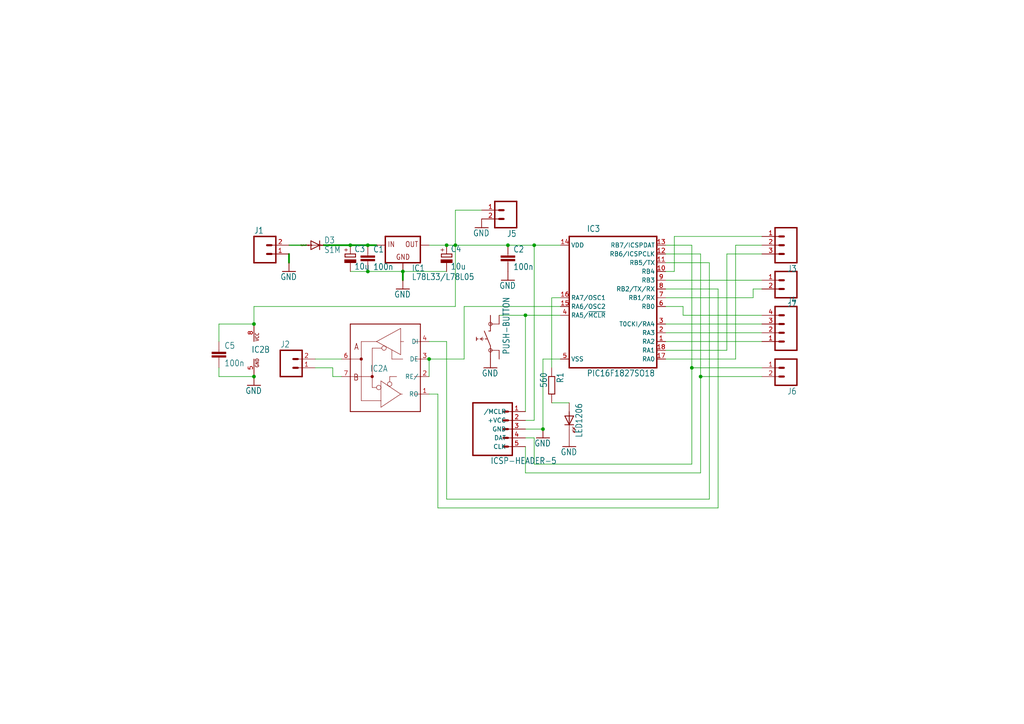
<source format=kicad_sch>
(kicad_sch (version 20230121) (generator eeschema)
  (paper "A4")
  (lib_symbols
    (symbol "microbean-eagle-import:78LXXSOT89"
      (property "Reference" "IC" (at 2.54 -7.62 0))
      (symbol "78LXXSOT89_1_0"
        (polyline (pts (xy -5.08 -5.08) (xy 5.08 -5.08)) (stroke (width 0.4064)))
        (polyline (pts (xy -5.08 2.54) (xy -5.08 -5.08)) (stroke (width 0.4064)))
        (polyline (pts (xy 5.08 -5.08) (xy 5.08 2.54)) (stroke (width 0.4064)))
        (polyline (pts (xy 5.08 2.54) (xy -5.08 2.54)) (stroke (width 0.4064)))
        (text "GND" (at -2.032 -4.318 0) (effects (font (size 1.524 1.2954)) (justify left bottom)))
        (text "IN" (at -4.445 -0.635 0) (effects (font (size 1.524 1.2954)) (justify left bottom)))
        (text "OUT" (at 0.635 -0.635 0) (effects (font (size 1.524 1.2954)) (justify left bottom)))
        (pin passive line (at 7.62 0 180) (length 2.54) (name "OUT") (number "1"))
        (pin input line (at 0 -7.62 90) (length 2.54) (name "GND") (number "2"))
        (pin input line (at 0 -7.62 90) (length 2.54) (name "GND") (number "2@1"))
        (pin input line (at -7.62 0 0) (length 2.54) (name "IN") (number "3"))
      )
    )
    (symbol "microbean-eagle-import:C-EUC0805"
      (property "Reference" "C" (at 1.524 0.381 0))
      (symbol "C-EUC0805_1_0"
        (rectangle (start -2.032 -2.032) (end 2.032 -1.524) (fill (type outline)))
        (rectangle (start -2.032 -1.016) (end 2.032 -0.508) (fill (type outline)))
        (polyline (pts (xy 0 -2.54) (xy 0 -2.032)) (stroke (width 0.1524)))
        (polyline (pts (xy 0 0) (xy 0 -0.508)) (stroke (width 0.1524)))
        (pin passive line (at 0 2.54 270) (length 2.54) (name "1") (number "1"))
        (pin passive line (at 0 -5.08 90) (length 2.54) (name "2") (number "2"))
      )
    )
    (symbol "microbean-eagle-import:CPOL-EUSMD4X5.3"
      (property "Reference" "C" (at 1.143 0.4826 0))
      (symbol "CPOL-EUSMD4X5.3_1_0"
        (rectangle (start -1.651 -2.54) (end 1.651 -1.651) (fill (type outline)))
        (polyline (pts (xy -1.524 -0.889) (xy 1.524 -0.889)) (stroke (width 0.254)))
        (polyline (pts (xy -1.524 0) (xy -1.524 -0.889)) (stroke (width 0.254)))
        (polyline (pts (xy -1.524 0) (xy 1.524 0)) (stroke (width 0.254)))
        (polyline (pts (xy 1.524 -0.889) (xy 1.524 0)) (stroke (width 0.254)))
        (text "+" (at -0.5842 0.4064 900) (effects (font (size 1.27 1.0795)) (justify left bottom)))
        (pin passive line (at 0 2.54 270) (length 2.54) (name "+") (number "+"))
        (pin passive line (at 0 -5.08 90) (length 2.54) (name "-") (number "-"))
      )
    )
    (symbol "microbean-eagle-import:GND" (power)
      (property "Value" "GND" (at -2.54 -2.54 0))
      (symbol "GND_1_0"
        (polyline (pts (xy -1.905 0) (xy 1.905 0)) (stroke (width 0.254)))
        (pin power_in line (at 0 2.54 270) (length 2.54) (name "GND") (number "1"))
      )
    )
    (symbol "microbean-eagle-import:ICSP-HEADER-5"
      (symbol "ICSP-HEADER-5_1_0"
        (polyline (pts (xy -7.62 7.62) (xy -7.62 -7.62)) (stroke (width 0.4064)))
        (polyline (pts (xy -7.62 7.62) (xy 3.81 7.62)) (stroke (width 0.4064)))
        (polyline (pts (xy 1.27 -5.08) (xy 2.54 -5.08)) (stroke (width 0.6096)))
        (polyline (pts (xy 1.27 -2.54) (xy 2.54 -2.54)) (stroke (width 0.6096)))
        (polyline (pts (xy 1.27 0) (xy 2.54 0)) (stroke (width 0.6096)))
        (polyline (pts (xy 1.27 2.54) (xy 2.54 2.54)) (stroke (width 0.6096)))
        (polyline (pts (xy 1.27 5.08) (xy 2.54 5.08)) (stroke (width 0.6096)))
        (polyline (pts (xy 3.81 -7.62) (xy -7.62 -7.62)) (stroke (width 0.4064)))
        (polyline (pts (xy 3.81 -7.62) (xy 3.81 7.62)) (stroke (width 0.4064)))
        (pin passive line (at 7.62 5.08 180) (length 5.08) (name "/MCLR") (number "1"))
        (pin passive line (at 7.62 2.54 180) (length 5.08) (name "+VCC") (number "2"))
        (pin passive line (at 7.62 0 180) (length 5.08) (name "GND") (number "3"))
        (pin passive line (at 7.62 -2.54 180) (length 5.08) (name "DAT") (number "4"))
        (pin passive line (at 7.62 -5.08 180) (length 5.08) (name "CLK") (number "5"))
      )
    )
    (symbol "microbean-eagle-import:LED1206"
      (symbol "LED1206_1_0"
        (polyline (pts (xy 0 -1.27) (xy -1.27 -1.27)) (stroke (width 0.254)))
        (polyline (pts (xy 0 -1.27) (xy -1.27 1.27)) (stroke (width 0.254)))
        (polyline (pts (xy 0 -1.27) (xy 0 -2.54)) (stroke (width 0.1524)))
        (polyline (pts (xy 0 0) (xy 0 -1.27)) (stroke (width 0.254)))
        (polyline (pts (xy 0 1.27) (xy -1.27 1.27)) (stroke (width 0.254)))
        (polyline (pts (xy 0 1.27) (xy 0 0)) (stroke (width 0.254)))
        (polyline (pts (xy 0 2.54) (xy 0 1.27)) (stroke (width 0.254)))
        (polyline (pts (xy 0.889 -2.794) (xy 1.651 -3.556)) (stroke (width 0.1524)))
        (polyline (pts (xy 0.889 -1.905) (xy 1.651 -2.667)) (stroke (width 0.1524)))
        (polyline (pts (xy 1.27 -1.27) (xy 0 -1.27)) (stroke (width 0.254)))
        (polyline (pts (xy 1.27 1.27) (xy 0 -1.27)) (stroke (width 0.254)))
        (polyline (pts (xy 1.27 1.27) (xy 0 1.27)) (stroke (width 0.254)))
        (polyline (pts (xy 1.651 -3.556) (xy 1.016 -3.302)) (stroke (width 0.1524)))
        (polyline (pts (xy 1.651 -3.556) (xy 1.397 -2.921)) (stroke (width 0.1524)))
        (polyline (pts (xy 1.651 -2.667) (xy 1.016 -2.413)) (stroke (width 0.1524)))
        (polyline (pts (xy 1.651 -2.667) (xy 1.397 -2.032)) (stroke (width 0.1524)))
        (pin passive line (at 0 5.08 270) (length 2.54) (name "A") (number "A"))
        (pin passive line (at 0 -5.08 90) (length 2.54) (name "K") (number "C"))
      )
    )
    (symbol "microbean-eagle-import:M02"
      (property "Reference" "J" (at -2.54 5.842 0))
      (symbol "M02_1_0"
        (polyline (pts (xy -2.54 5.08) (xy -2.54 -2.54)) (stroke (width 0.4064)))
        (polyline (pts (xy -2.54 5.08) (xy 3.81 5.08)) (stroke (width 0.4064)))
        (polyline (pts (xy 1.27 0) (xy 2.54 0)) (stroke (width 0.6096)))
        (polyline (pts (xy 1.27 2.54) (xy 2.54 2.54)) (stroke (width 0.6096)))
        (polyline (pts (xy 3.81 -2.54) (xy -2.54 -2.54)) (stroke (width 0.4064)))
        (polyline (pts (xy 3.81 -2.54) (xy 3.81 5.08)) (stroke (width 0.4064)))
        (pin passive line (at 7.62 0 180) (length 5.08) (name "1") (number "1"))
        (pin passive line (at 7.62 2.54 180) (length 5.08) (name "2") (number "2"))
      )
    )
    (symbol "microbean-eagle-import:M02-SCREW-3.5MM3.5MM"
      (property "Reference" "J" (at -2.54 5.842 0))
      (symbol "M02-SCREW-3.5MM3.5MM_1_0"
        (polyline (pts (xy -2.54 5.08) (xy -2.54 -2.54)) (stroke (width 0.4064)))
        (polyline (pts (xy -2.54 5.08) (xy 3.81 5.08)) (stroke (width 0.4064)))
        (polyline (pts (xy 1.27 0) (xy 2.54 0)) (stroke (width 0.6096)))
        (polyline (pts (xy 1.27 2.54) (xy 2.54 2.54)) (stroke (width 0.6096)))
        (polyline (pts (xy 3.81 -2.54) (xy -2.54 -2.54)) (stroke (width 0.4064)))
        (polyline (pts (xy 3.81 -2.54) (xy 3.81 5.08)) (stroke (width 0.4064)))
        (pin passive line (at 7.62 0 180) (length 5.08) (name "1") (number "1"))
        (pin passive line (at 7.62 2.54 180) (length 5.08) (name "2") (number "2"))
      )
    )
    (symbol "microbean-eagle-import:M03"
      (property "Reference" "J" (at -2.54 5.842 0))
      (symbol "M03_1_0"
        (polyline (pts (xy -2.54 5.08) (xy -2.54 -5.08)) (stroke (width 0.4064)))
        (polyline (pts (xy -2.54 5.08) (xy 3.81 5.08)) (stroke (width 0.4064)))
        (polyline (pts (xy 1.27 -2.54) (xy 2.54 -2.54)) (stroke (width 0.6096)))
        (polyline (pts (xy 1.27 0) (xy 2.54 0)) (stroke (width 0.6096)))
        (polyline (pts (xy 1.27 2.54) (xy 2.54 2.54)) (stroke (width 0.6096)))
        (polyline (pts (xy 3.81 -5.08) (xy -2.54 -5.08)) (stroke (width 0.4064)))
        (polyline (pts (xy 3.81 -5.08) (xy 3.81 5.08)) (stroke (width 0.4064)))
        (pin passive line (at 7.62 -2.54 180) (length 5.08) (name "1") (number "1"))
        (pin passive line (at 7.62 0 180) (length 5.08) (name "2") (number "2"))
        (pin passive line (at 7.62 2.54 180) (length 5.08) (name "3") (number "3"))
      )
    )
    (symbol "microbean-eagle-import:M04"
      (property "Reference" "J" (at -2.54 5.842 0))
      (symbol "M04_1_0"
        (polyline (pts (xy -2.54 5.08) (xy -2.54 -7.62)) (stroke (width 0.4064)))
        (polyline (pts (xy -2.54 5.08) (xy 3.81 5.08)) (stroke (width 0.4064)))
        (polyline (pts (xy 1.27 -5.08) (xy 2.54 -5.08)) (stroke (width 0.6096)))
        (polyline (pts (xy 1.27 -2.54) (xy 2.54 -2.54)) (stroke (width 0.6096)))
        (polyline (pts (xy 1.27 0) (xy 2.54 0)) (stroke (width 0.6096)))
        (polyline (pts (xy 1.27 2.54) (xy 2.54 2.54)) (stroke (width 0.6096)))
        (polyline (pts (xy 3.81 -7.62) (xy -2.54 -7.62)) (stroke (width 0.4064)))
        (polyline (pts (xy 3.81 -7.62) (xy 3.81 5.08)) (stroke (width 0.4064)))
        (pin passive line (at 7.62 -5.08 180) (length 5.08) (name "1") (number "1"))
        (pin passive line (at 7.62 -2.54 180) (length 5.08) (name "2") (number "2"))
        (pin passive line (at 7.62 0 180) (length 5.08) (name "3") (number "3"))
        (pin passive line (at 7.62 2.54 180) (length 5.08) (name "4") (number "4"))
      )
    )
    (symbol "microbean-eagle-import:MAX485ST3485"
      (property "Reference" "IC" (at -0.762 -0.762 0))
      (symbol "MAX485ST3485_1_0"
        (circle (center -1.27 4.699) (radius 0.635) (stroke (width 0.127)))
        (polyline (pts (xy -10.16 -12.7) (xy -10.16 -7.62)) (stroke (width 0.254)))
        (polyline (pts (xy -10.16 -7.62) (xy -10.16 -2.54)) (stroke (width 0.254)))
        (polyline (pts (xy -10.16 -7.62) (xy -8.509 -7.62)) (stroke (width 0.127)))
        (polyline (pts (xy -10.16 -2.54) (xy -10.16 2.54)) (stroke (width 0.254)))
        (polyline (pts (xy -10.16 -2.54) (xy -8.509 -2.54)) (stroke (width 0.127)))
        (polyline (pts (xy -10.16 2.54) (xy -10.16 7.62)) (stroke (width 0.254)))
        (polyline (pts (xy -10.16 2.54) (xy -8.382 2.54)) (stroke (width 0.127)))
        (polyline (pts (xy -10.16 7.62) (xy -10.16 12.7)) (stroke (width 0.254)))
        (polyline (pts (xy -10.16 7.62) (xy -8.382 7.62)) (stroke (width 0.127)))
        (polyline (pts (xy -10.16 12.7) (xy 10.16 12.7)) (stroke (width 0.254)))
        (polyline (pts (xy -5.334 -7.62) (xy -4.445 -7.62)) (stroke (width 0.127)))
        (polyline (pts (xy -5.08 -2.54) (xy -1.905 -2.54)) (stroke (width 0.127)))
        (polyline (pts (xy -4.953 7.62) (xy -4.445 7.62)) (stroke (width 0.127)))
        (polyline (pts (xy -4.445 -11.43) (xy -4.445 -7.62)) (stroke (width 0.127)))
        (polyline (pts (xy -4.445 -7.62) (xy -4.445 -3.81)) (stroke (width 0.127)))
        (polyline (pts (xy -4.445 -3.81) (xy 2.54 -7.62)) (stroke (width 0.127)))
        (polyline (pts (xy -4.445 7.62) (xy 1.27 11.43)) (stroke (width 0.127)))
        (polyline (pts (xy -3.302 2.54) (xy -1.27 2.54)) (stroke (width 0.127)))
        (polyline (pts (xy -1.905 -2.54) (xy -1.905 -5.207)) (stroke (width 0.127)))
        (polyline (pts (xy -1.27 2.54) (xy -1.27 4.064)) (stroke (width 0.127)))
        (polyline (pts (xy 1.016 -5.715) (xy 3.81 -5.715)) (stroke (width 0.127)))
        (polyline (pts (xy 1.27 3.81) (xy -4.445 7.62)) (stroke (width 0.127)))
        (polyline (pts (xy 1.27 9.525) (xy 1.27 3.81)) (stroke (width 0.127)))
        (polyline (pts (xy 1.27 9.525) (xy 6.985 9.525)) (stroke (width 0.127)))
        (polyline (pts (xy 1.27 11.43) (xy 1.27 9.525)) (stroke (width 0.127)))
        (polyline (pts (xy 2.54 -7.62) (xy -4.445 -11.43)) (stroke (width 0.127)))
        (polyline (pts (xy 2.54 -7.62) (xy 6.985 -7.62)) (stroke (width 0.127)))
        (polyline (pts (xy 3.81 -5.715) (xy 3.81 2.54)) (stroke (width 0.127)))
        (polyline (pts (xy 3.81 2.54) (xy 3.81 5.715)) (stroke (width 0.127)))
        (polyline (pts (xy 3.81 5.715) (xy 2.54 5.715)) (stroke (width 0.127)))
        (polyline (pts (xy 6.985 -7.62) (xy 6.985 -2.54)) (stroke (width 0.127)))
        (polyline (pts (xy 6.985 -2.54) (xy 6.985 9.525)) (stroke (width 0.127)))
        (polyline (pts (xy 10.16 -12.7) (xy -10.16 -12.7)) (stroke (width 0.254)))
        (polyline (pts (xy 10.16 -2.54) (xy 6.985 -2.54)) (stroke (width 0.127)))
        (polyline (pts (xy 10.16 -2.54) (xy 10.16 -12.7)) (stroke (width 0.254)))
        (polyline (pts (xy 10.16 2.54) (xy 3.81 2.54)) (stroke (width 0.127)))
        (polyline (pts (xy 10.16 2.54) (xy 10.16 -2.54)) (stroke (width 0.254)))
        (polyline (pts (xy 10.16 12.7) (xy 10.16 2.54)) (stroke (width 0.254)))
        (circle (center 0.381 -5.715) (radius 0.635) (stroke (width 0.127)))
        (circle (center 1.905 5.715) (radius 0.635) (stroke (width 0.127)))
        (circle (center 3.81 2.54) (radius 0.254) (stroke (width 0.4064)))
        (circle (center 6.985 -2.54) (radius 0.254) (stroke (width 0.4064)))
        (text "A" (at 7.62 -5.08 0) (effects (font (size 1.778 1.5113)) (justify left bottom)))
        (text "B" (at 7.62 3.81 0) (effects (font (size 1.778 1.5113)) (justify left bottom)))
        (pin output line (at -12.7 7.62 0) (length 2.54) (name "RO") (number "1"))
        (pin input line (at -12.7 2.54 0) (length 2.54) (name "RE/") (number "2"))
        (pin input line (at -12.7 -2.54 0) (length 2.54) (name "DE") (number "3"))
        (pin input line (at -12.7 -7.62 0) (length 2.54) (name "DI") (number "4"))
        (pin passive line (at 12.7 -2.54 180) (length 2.54) (name "A") (number "6"))
        (pin passive line (at 12.7 2.54 180) (length 2.54) (name "B") (number "7"))
      )
      (symbol "MAX485ST3485_2_0"
        (text "GND" (at 1.524 -5.08 900) (effects (font (size 1.016 0.8636)) (justify left bottom)))
        (text "VCC" (at 1.524 2.54 900) (effects (font (size 1.016 0.8636)) (justify left bottom)))
        (pin power_in line (at 0 -7.62 90) (length 5.08) (name "GND") (number "5"))
        (pin power_in line (at 0 7.62 270) (length 5.08) (name "VCC") (number "8"))
      )
    )
    (symbol "microbean-eagle-import:PIC16F1827SO18"
      (property "Reference" "IC" (at -10.16 19.05 0))
      (symbol "PIC16F1827SO18_1_0"
        (polyline (pts (xy -15.24 -20.32) (xy -15.24 17.78)) (stroke (width 0.4064)))
        (polyline (pts (xy -15.24 17.78) (xy 10.16 17.78)) (stroke (width 0.4064)))
        (polyline (pts (xy 10.16 -20.32) (xy -15.24 -20.32)) (stroke (width 0.4064)))
        (polyline (pts (xy 10.16 17.78) (xy 10.16 -20.32)) (stroke (width 0.4064)))
        (pin bidirectional line (at 12.7 -12.7 180) (length 2.54) (name "RA2") (number "1"))
        (pin bidirectional line (at 12.7 7.62 180) (length 2.54) (name "RB4") (number "10"))
        (pin bidirectional line (at 12.7 10.16 180) (length 2.54) (name "RB5/TX") (number "11"))
        (pin bidirectional line (at 12.7 12.7 180) (length 2.54) (name "RB6/ICSPCLK") (number "12"))
        (pin bidirectional line (at 12.7 15.24 180) (length 2.54) (name "RB7/ICSPDAT") (number "13"))
        (pin power_in line (at -17.78 15.24 0) (length 2.54) (name "VDD") (number "14"))
        (pin output line (at -17.78 -2.54 0) (length 2.54) (name "RA6/OSC2") (number "15"))
        (pin input line (at -17.78 0 0) (length 2.54) (name "RA7/OSC1") (number "16"))
        (pin bidirectional line (at 12.7 -17.78 180) (length 2.54) (name "RA0") (number "17"))
        (pin bidirectional line (at 12.7 -15.24 180) (length 2.54) (name "RA1") (number "18"))
        (pin bidirectional line (at 12.7 -10.16 180) (length 2.54) (name "RA3") (number "2"))
        (pin bidirectional line (at 12.7 -7.62 180) (length 2.54) (name "T0CKI/RA4") (number "3"))
        (pin input line (at -17.78 -5.08 0) (length 2.54) (name "RA5/~{MCLR}") (number "4"))
        (pin power_in line (at -17.78 -17.78 0) (length 2.54) (name "VSS") (number "5"))
        (pin bidirectional line (at 12.7 -2.54 180) (length 2.54) (name "RB0") (number "6"))
        (pin bidirectional line (at 12.7 0 180) (length 2.54) (name "RB1/RX") (number "7"))
        (pin bidirectional line (at 12.7 2.54 180) (length 2.54) (name "RB2/TX/RX") (number "8"))
        (pin bidirectional line (at 12.7 5.08 180) (length 2.54) (name "RB3") (number "9"))
      )
    )
    (symbol "microbean-eagle-import:PUSH-BUTTON"
      (symbol "PUSH-BUTTON_1_0"
        (circle (center -2.54 0) (radius 0.508))
        (polyline (pts (xy -2.54 0) (xy -2.54 -2.54)) (stroke (width 0.1524)))
        (polyline (pts (xy -2.54 0) (xy -1.27 0)) (stroke (width 0.2032)))
        (polyline (pts (xy -1.27 0) (xy 3.048 1.778)) (stroke (width 0.2032)))
        (polyline (pts (xy 0.254 2.286) (xy 0.762 2.794)) (stroke (width 0.1524)))
        (polyline (pts (xy 0.762 1.016) (xy 0.762 1.524)) (stroke (width 0.2032)))
        (polyline (pts (xy 0.762 2.032) (xy 0.762 2.794)) (stroke (width 0.2032)))
        (polyline (pts (xy 0.762 2.794) (xy 0.762 3.048)) (stroke (width 0.2032)))
        (polyline (pts (xy 0.762 2.794) (xy 1.27 2.286)) (stroke (width 0.1524)))
        (polyline (pts (xy 0.762 3.556) (xy 0.762 4.064)) (stroke (width 0.2032)))
        (polyline (pts (xy 0.762 4.064) (xy 0.254 4.064)) (stroke (width 0.2032)))
        (polyline (pts (xy 1.27 4.064) (xy 0.762 4.064)) (stroke (width 0.2032)))
        (polyline (pts (xy 3.048 0) (xy 5.08 0)) (stroke (width 0.2032)))
        (polyline (pts (xy 3.048 0.508) (xy 3.048 0)) (stroke (width 0.2032)))
        (polyline (pts (xy 5.08 0) (xy 5.08 -2.54)) (stroke (width 0.1524)))
        (circle (center 5.08 0) (radius 0.508))
        (pin passive line (at -5.08 0 0) (length 2.54) (name "0@A") (number "1"))
        (pin passive line (at -5.08 -2.54 0) (length 2.54) (name "0@B") (number "2"))
        (pin passive line (at 7.62 0 180) (length 2.54) (name "1@A") (number "3"))
        (pin passive line (at 7.62 -2.54 180) (length 2.54) (name "1@B") (number "4"))
      )
    )
    (symbol "microbean-eagle-import:R-EU_R0805"
      (property "Reference" "R" (at -3.81 1.4986 0))
      (symbol "R-EU_R0805_1_0"
        (polyline (pts (xy -2.54 -0.889) (xy -2.54 0.889)) (stroke (width 0.254)))
        (polyline (pts (xy -2.54 -0.889) (xy 2.54 -0.889)) (stroke (width 0.254)))
        (polyline (pts (xy 2.54 -0.889) (xy 2.54 0.889)) (stroke (width 0.254)))
        (polyline (pts (xy 2.54 0.889) (xy -2.54 0.889)) (stroke (width 0.254)))
        (pin passive line (at -5.08 0 0) (length 2.54) (name "1") (number "1"))
        (pin passive line (at 5.08 0 180) (length 2.54) (name "2") (number "2"))
      )
    )
    (symbol "microbean-eagle-import:S1M"
      (property "Reference" "D" (at 2.54 0.4826 0))
      (symbol "S1M_1_0"
        (polyline (pts (xy -1.27 -1.27) (xy 1.27 0)) (stroke (width 0.254)))
        (polyline (pts (xy -1.27 1.27) (xy -1.27 -1.27)) (stroke (width 0.254)))
        (polyline (pts (xy 1.27 0) (xy -1.27 1.27)) (stroke (width 0.254)))
        (polyline (pts (xy 1.27 0) (xy 1.27 -1.27)) (stroke (width 0.254)))
        (polyline (pts (xy 1.27 1.27) (xy 1.27 0)) (stroke (width 0.254)))
        (text "SpiceOrder 1" (at -2.54 0 0) (effects (font (size 0.4064 0.3454))))
        (text "SpiceOrder 2" (at 2.54 0 0) (effects (font (size 0.4064 0.3454))))
        (pin passive line (at -2.54 0 0) (length 2.54) (name "A") (number "A"))
        (pin passive line (at 2.54 0 180) (length 2.54) (name "C") (number "C"))
      )
    )
  )
  (junction (at 129.54 71.12))
  (junction (at 147.32 71.12))
  (junction (at 101.6 71.12))
  (junction (at 157.48 124.46))
  (junction (at 152.4 91.44))
  (junction (at 116.84 78.74))
  (junction (at 203.2 109.22))
  (junction (at 106.68 78.74))
  (junction (at 200.66 106.68))
  (junction (at 73.66 109.22))
  (junction (at 154.94 71.12))
  (junction (at 106.68 71.12))
  (junction (at 73.66 93.98))
  (junction (at 124.46 104.14))
  (junction (at 132.08 71.12))
  (wire (pts (xy 63.5 99.06) (xy 63.5 93.98)) (stroke (width 0.1524)))
  (wire (pts (xy 205.74 144.78) (xy 129.54 144.78)) (stroke (width 0.1524)))
  (wire (pts (xy 193.04 99.06) (xy 220.98 99.06)) (stroke (width 0.1524)))
  (wire (pts (xy 193.04 96.52) (xy 220.98 96.52)) (stroke (width 0.1524)))
  (wire (pts (xy 203.2 137.16) (xy 203.2 109.22)) (stroke (width 0.1524)))
  (wire (pts (xy 195.58 78.74) (xy 195.58 68.58)) (stroke (width 0.1524)))
  (wire (pts (xy 162.56 104.14) (xy 157.48 104.14)) (stroke (width 0.1524)))
  (wire (pts (xy 213.36 104.14) (xy 213.36 71.12)) (stroke (width 0.1524)))
  (wire (pts (xy 93.98 71.12) (xy 101.6 71.12)) (stroke (width 0.508)))
  (wire (pts (xy 144.78 91.44) (xy 152.4 91.44)) (stroke (width 0.1524)))
  (wire (pts (xy 101.6 71.12) (xy 106.68 71.12)) (stroke (width 0.508)))
  (wire (pts (xy 205.74 76.2) (xy 205.74 144.78)) (stroke (width 0.1524)))
  (wire (pts (xy 73.66 88.9) (xy 132.08 88.9)) (stroke (width 0.1524)))
  (wire (pts (xy 152.4 124.46) (xy 157.48 124.46)) (stroke (width 0.1524)))
  (wire (pts (xy 200.66 134.62) (xy 154.94 134.62)) (stroke (width 0.1524)))
  (wire (pts (xy 124.46 71.12) (xy 129.54 71.12)) (stroke (width 0.1524)))
  (wire (pts (xy 193.04 101.6) (xy 210.82 101.6)) (stroke (width 0.1524)))
  (wire (pts (xy 63.5 109.22) (xy 73.66 109.22)) (stroke (width 0.1524)))
  (wire (pts (xy 195.58 68.58) (xy 220.98 68.58)) (stroke (width 0.1524)))
  (wire (pts (xy 91.44 104.14) (xy 99.06 104.14)) (stroke (width 0.1524)))
  (wire (pts (xy 208.28 147.32) (xy 127 147.32)) (stroke (width 0.1524)))
  (wire (pts (xy 116.84 81.28) (xy 116.84 78.74)) (stroke (width 0.508)))
  (wire (pts (xy 88.9 71.12) (xy 83.82 71.12)) (stroke (width 0.3048)))
  (wire (pts (xy 157.48 104.14) (xy 157.48 124.46)) (stroke (width 0.1524)))
  (wire (pts (xy 208.28 83.82) (xy 208.28 147.32)) (stroke (width 0.1524)))
  (wire (pts (xy 213.36 71.12) (xy 220.98 71.12)) (stroke (width 0.1524)))
  (wire (pts (xy 129.54 144.78) (xy 129.54 99.06)) (stroke (width 0.1524)))
  (wire (pts (xy 127 147.32) (xy 127 114.3)) (stroke (width 0.1524)))
  (wire (pts (xy 200.66 106.68) (xy 200.66 134.62)) (stroke (width 0.1524)))
  (wire (pts (xy 200.66 71.12) (xy 200.66 106.68)) (stroke (width 0.1524)))
  (wire (pts (xy 132.08 60.96) (xy 132.08 71.12)) (stroke (width 0.1524)))
  (wire (pts (xy 220.98 91.44) (xy 198.12 91.44)) (stroke (width 0.1524)))
  (wire (pts (xy 193.04 76.2) (xy 205.74 76.2)) (stroke (width 0.1524)))
  (wire (pts (xy 193.04 86.36) (xy 218.44 86.36)) (stroke (width 0.1524)))
  (wire (pts (xy 127 114.3) (xy 124.46 114.3)) (stroke (width 0.1524)))
  (wire (pts (xy 160.02 116.84) (xy 165.1 116.84)) (stroke (width 0.1524)))
  (wire (pts (xy 129.54 71.12) (xy 132.08 71.12)) (stroke (width 0.1524)))
  (wire (pts (xy 96.52 109.22) (xy 99.06 109.22)) (stroke (width 0.1524)))
  (wire (pts (xy 134.62 104.14) (xy 124.46 104.14)) (stroke (width 0.1524)))
  (wire (pts (xy 101.6 78.74) (xy 106.68 78.74)) (stroke (width 0.1524)))
  (wire (pts (xy 220.98 106.68) (xy 200.66 106.68)) (stroke (width 0.1524)))
  (wire (pts (xy 193.04 78.74) (xy 195.58 78.74)) (stroke (width 0.1524)))
  (wire (pts (xy 193.04 83.82) (xy 208.28 83.82)) (stroke (width 0.1524)))
  (wire (pts (xy 154.94 134.62) (xy 154.94 127)) (stroke (width 0.1524)))
  (wire (pts (xy 152.4 129.54) (xy 152.4 137.16)) (stroke (width 0.1524)))
  (wire (pts (xy 193.04 71.12) (xy 200.66 71.12)) (stroke (width 0.1524)))
  (wire (pts (xy 152.4 119.38) (xy 152.4 91.44)) (stroke (width 0.1524)))
  (wire (pts (xy 83.82 76.2) (xy 83.82 73.66)) (stroke (width 0.508)))
  (wire (pts (xy 152.4 137.16) (xy 203.2 137.16)) (stroke (width 0.1524)))
  (wire (pts (xy 132.08 88.9) (xy 132.08 71.12)) (stroke (width 0.1524)))
  (wire (pts (xy 160.02 86.36) (xy 162.56 86.36)) (stroke (width 0.1524)))
  (wire (pts (xy 160.02 106.68) (xy 160.02 86.36)) (stroke (width 0.1524)))
  (wire (pts (xy 106.68 71.12) (xy 109.22 71.12)) (stroke (width 0.508)))
  (wire (pts (xy 154.94 71.12) (xy 147.32 71.12)) (stroke (width 0.1524)))
  (wire (pts (xy 162.56 88.9) (xy 134.62 88.9)) (stroke (width 0.1524)))
  (wire (pts (xy 152.4 121.92) (xy 154.94 121.92)) (stroke (width 0.1524)))
  (wire (pts (xy 203.2 73.66) (xy 193.04 73.66)) (stroke (width 0.1524)))
  (wire (pts (xy 63.5 106.68) (xy 63.5 109.22)) (stroke (width 0.1524)))
  (wire (pts (xy 203.2 109.22) (xy 203.2 73.66)) (stroke (width 0.1524)))
  (wire (pts (xy 96.52 106.68) (xy 96.52 109.22)) (stroke (width 0.1524)))
  (wire (pts (xy 198.12 88.9) (xy 193.04 88.9)) (stroke (width 0.1524)))
  (wire (pts (xy 198.12 91.44) (xy 198.12 88.9)) (stroke (width 0.1524)))
  (wire (pts (xy 129.54 99.06) (xy 124.46 99.06)) (stroke (width 0.1524)))
  (wire (pts (xy 91.44 106.68) (xy 96.52 106.68)) (stroke (width 0.1524)))
  (wire (pts (xy 218.44 86.36) (xy 218.44 83.82)) (stroke (width 0.1524)))
  (wire (pts (xy 220.98 109.22) (xy 203.2 109.22)) (stroke (width 0.1524)))
  (wire (pts (xy 210.82 101.6) (xy 210.82 73.66)) (stroke (width 0.1524)))
  (wire (pts (xy 193.04 93.98) (xy 220.98 93.98)) (stroke (width 0.1524)))
  (wire (pts (xy 162.56 71.12) (xy 154.94 71.12)) (stroke (width 0.1524)))
  (wire (pts (xy 193.04 104.14) (xy 213.36 104.14)) (stroke (width 0.1524)))
  (wire (pts (xy 73.66 93.98) (xy 73.66 88.9)) (stroke (width 0.1524)))
  (wire (pts (xy 218.44 83.82) (xy 220.98 83.82)) (stroke (width 0.1524)))
  (wire (pts (xy 116.84 78.74) (xy 129.54 78.74)) (stroke (width 0.1524)))
  (wire (pts (xy 139.7 60.96) (xy 132.08 60.96)) (stroke (width 0.1524)))
  (wire (pts (xy 193.04 81.28) (xy 220.98 81.28)) (stroke (width 0.1524)))
  (wire (pts (xy 134.62 88.9) (xy 134.62 104.14)) (stroke (width 0.1524)))
  (wire (pts (xy 106.68 78.74) (xy 116.84 78.74)) (stroke (width 0.1524)))
  (wire (pts (xy 132.08 71.12) (xy 147.32 71.12)) (stroke (width 0.1524)))
  (wire (pts (xy 152.4 91.44) (xy 162.56 91.44)) (stroke (width 0.1524)))
  (wire (pts (xy 210.82 73.66) (xy 220.98 73.66)) (stroke (width 0.1524)))
  (wire (pts (xy 124.46 109.22) (xy 124.46 104.14)) (stroke (width 0.1524)))
  (wire (pts (xy 63.5 93.98) (xy 73.66 93.98)) (stroke (width 0.1524)))
  (wire (pts (xy 154.94 121.92) (xy 154.94 71.12)) (stroke (width 0.1524)))
  (wire (pts (xy 154.94 127) (xy 152.4 127)) (stroke (width 0.1524)))
  (symbol (lib_id "microbean-eagle-import:GND") (at 142.24 106.68 0) (unit 1)
    (property "Reference" "#GND4" (effects hide))
    (property "Value" "GND" (at 139.7 109.22 0) (effects (font (size 1.778 1.5113)) (justify left bottom)))
  )
  (symbol (lib_id "microbean-eagle-import:GND") (at 139.7 66.04 0) (unit 1)
    (property "Reference" "#GND8" (effects hide))
    (property "Value" "GND" (at 137.16 68.58 0) (effects (font (size 1.778 1.5113)) (justify left bottom)))
  )
  (symbol (lib_id "microbean-eagle-import:GND") (at 83.82 78.74 0) (unit 1)
    (property "Reference" "#GND1" (effects hide))
    (property "Value" "GND" (at 81.28 81.28 0) (effects (font (size 1.778 1.5113)) (justify left bottom)))
  )
  (symbol (lib_id "microbean-eagle-import:CPOL-EUSMD4X5.3") (at 101.6 73.66 0) (unit 1)
    (property "Reference" "C3" (at 102.743 73.1774 0) (effects (font (size 1.778 1.5113)) (justify left bottom)))
    (property "Value" "10u" (at 102.743 78.2574 0) (effects (font (size 1.778 1.5113)) (justify left bottom)))
    (property "Footprint" "microbean:UD-4X5,8_NICHICON" (effects hide))
  )
  (symbol (lib_id "microbean-eagle-import:M02") (at 147.32 60.96 180) (unit 1)
    (property "Reference" "J5" (at 149.86 66.802 0) (effects (font (size 1.778 1.5113)) (justify left bottom)))
    (property "Value" "M02" (effects hide))
    (property "Footprint" "microbean:1X02" (effects hide))
  )
  (symbol (lib_id "microbean-eagle-import:M02-SCREW-3.5MM3.5MM") (at 76.2 73.66 0) (unit 1)
    (property "Reference" "J1" (at 73.66 67.818 0) (effects (font (size 1.778 1.5113)) (justify left bottom)))
    (property "Value" "M02-SCREW-3.5MM3.5MM" (effects hide))
    (property "Footprint" "microbean:SCREWTERMINAL-3.5MM-2" (effects hide))
  )
  (symbol (lib_id "microbean-eagle-import:M02") (at 228.6 106.68 180) (unit 1)
    (property "Reference" "J6" (at 231.14 112.522 0) (effects (font (size 1.778 1.5113)) (justify left bottom)))
    (property "Value" "M02" (effects hide))
    (property "Footprint" "microbean:1X02" (effects hide))
  )
  (symbol (lib_id "microbean-eagle-import:LED1206") (at 165.1 121.92 0) (unit 1)
    (property "Reference" "D2" (effects hide))
    (property "Value" "LED1206" (at 168.91 127 90) (effects (font (size 1.778 1.5113)) (justify left bottom)))
    (property "Footprint" "microbean:CHIPLED_1206" (effects hide))
  )
  (symbol (lib_id "microbean-eagle-import:GND") (at 165.1 129.54 0) (unit 1)
    (property "Reference" "#GND5" (effects hide))
    (property "Value" "GND" (at 162.56 132.08 0) (effects (font (size 1.778 1.5113)) (justify left bottom)))
  )
  (symbol (lib_id "microbean-eagle-import:M02-SCREW-3.5MM3.5MM") (at 83.82 106.68 0) (unit 1)
    (property "Reference" "J2" (at 81.28 100.838 0) (effects (font (size 1.778 1.5113)) (justify left bottom)))
    (property "Value" "M02-SCREW-3.5MM3.5MM" (effects hide))
    (property "Footprint" "microbean:SCREWTERMINAL-3.5MM-2" (effects hide))
  )
  (symbol (lib_id "microbean-eagle-import:MAX485ST3485") (at 73.66 101.6 0) (unit 2)
    (property "Reference" "IC2" (at 72.898 102.362 0) (effects (font (size 1.778 1.5113)) (justify left bottom)))
    (property "Value" "MAX485ST3485" (effects hide))
    (property "Footprint" "microbean:SO08" (effects hide))
  )
  (symbol (lib_id "microbean-eagle-import:ICSP-HEADER-5") (at 144.78 124.46 0) (unit 1)
    (property "Reference" "ICSP0" (effects hide))
    (property "Value" "ICSP-HEADER-5" (at 142.24 134.62 0) (effects (font (size 1.778 1.5113)) (justify left bottom)))
    (property "Footprint" "microbean:1X05" (effects hide))
  )
  (symbol (lib_id "microbean-eagle-import:C-EUC0805") (at 106.68 73.66 0) (unit 1)
    (property "Reference" "C1" (at 108.204 73.279 0) (effects (font (size 1.778 1.5113)) (justify left bottom)))
    (property "Value" "100n" (at 108.204 78.359 0) (effects (font (size 1.778 1.5113)) (justify left bottom)))
    (property "Footprint" "microbean:C0805" (effects hide))
  )
  (symbol (lib_id "microbean-eagle-import:M03") (at 228.6 71.12 180) (unit 1)
    (property "Reference" "J3" (at 231.14 76.962 0) (effects (font (size 1.778 1.5113)) (justify left bottom)))
    (property "Value" "M03" (effects hide))
    (property "Footprint" "microbean:1X03" (effects hide))
  )
  (symbol (lib_id "microbean-eagle-import:C-EUC0805") (at 63.5 101.6 0) (unit 1)
    (property "Reference" "C5" (at 65.024 101.219 0) (effects (font (size 1.778 1.5113)) (justify left bottom)))
    (property "Value" "100n" (at 65.024 106.299 0) (effects (font (size 1.778 1.5113)) (justify left bottom)))
    (property "Footprint" "microbean:C0805" (effects hide))
  )
  (symbol (lib_id "microbean-eagle-import:PUSH-BUTTON") (at 142.24 99.06 90) (unit 1)
    (property "Reference" "U$2" (effects hide))
    (property "Value" "PUSH-BUTTON" (at 147.828 102.87 0) (effects (font (size 1.778 1.5113)) (justify left bottom)))
    (property "Footprint" "microbean:MICRO-SWITCH" (effects hide))
  )
  (symbol (lib_id "microbean-eagle-import:GND") (at 73.66 111.76 0) (unit 1)
    (property "Reference" "#GND7" (effects hide))
    (property "Value" "GND" (at 71.12 114.3 0) (effects (font (size 1.778 1.5113)) (justify left bottom)))
  )
  (symbol (lib_id "microbean-eagle-import:R-EU_R0805") (at 160.02 111.76 270) (unit 1)
    (property "Reference" "R1" (at 161.5186 107.95 0) (effects (font (size 1.778 1.5113)) (justify left bottom)))
    (property "Value" "560" (at 156.718 107.95 0) (effects (font (size 1.778 1.5113)) (justify left bottom)))
    (property "Footprint" "microbean:R0805" (effects hide))
  )
  (symbol (lib_id "microbean-eagle-import:M04") (at 228.6 93.98 0) (mirror y) (unit 1)
    (property "Reference" "J4" (at 231.14 88.138 0) (effects (font (size 1.778 1.5113)) (justify left bottom)))
    (property "Value" "M04" (effects hide))
    (property "Footprint" "microbean:1X04" (effects hide))
  )
  (symbol (lib_id "microbean-eagle-import:C-EUC0805") (at 147.32 73.66 0) (unit 1)
    (property "Reference" "C2" (at 148.844 73.279 0) (effects (font (size 1.778 1.5113)) (justify left bottom)))
    (property "Value" "100n" (at 148.844 78.359 0) (effects (font (size 1.778 1.5113)) (justify left bottom)))
    (property "Footprint" "microbean:C0805" (effects hide))
  )
  (symbol (lib_id "microbean-eagle-import:GND") (at 116.84 83.82 0) (unit 1)
    (property "Reference" "#GND2" (effects hide))
    (property "Value" "GND" (at 114.3 86.36 0) (effects (font (size 1.778 1.5113)) (justify left bottom)))
  )
  (symbol (lib_id "microbean-eagle-import:GND") (at 147.32 81.28 0) (unit 1)
    (property "Reference" "#GND6" (effects hide))
    (property "Value" "GND" (at 144.78 83.82 0) (effects (font (size 1.778 1.5113)) (justify left bottom)))
  )
  (symbol (lib_id "microbean-eagle-import:S1M") (at 91.44 71.12 0) (unit 1)
    (property "Reference" "D3" (at 93.98 70.6374 0) (effects (font (size 1.778 1.5113)) (justify left bottom)))
    (property "Value" "S1M" (at 93.98 73.4314 0) (effects (font (size 1.778 1.5113)) (justify left bottom)))
    (property "Footprint" "microbean:SMA" (effects hide))
  )
  (symbol (lib_id "microbean-eagle-import:M02") (at 228.6 81.28 180) (unit 1)
    (property "Reference" "J7" (at 231.14 87.122 0) (effects (font (size 1.778 1.5113)) (justify left bottom)))
    (property "Value" "M02" (effects hide))
    (property "Footprint" "microbean:1X02" (effects hide))
  )
  (symbol (lib_id "microbean-eagle-import:78LXXSOT89") (at 116.84 71.12 0) (unit 1)
    (property "Reference" "IC1" (at 119.38 78.74 0) (effects (font (size 1.778 1.5113)) (justify left bottom)))
    (property "Value" "L78L33/L78L05" (at 119.38 81.28 0) (effects (font (size 1.778 1.5113)) (justify left bottom)))
    (property "Footprint" "microbean:SOT89" (effects hide))
  )
  (symbol (lib_id "microbean-eagle-import:GND") (at 157.48 127 0) (unit 1)
    (property "Reference" "#GND3" (effects hide))
    (property "Value" "GND" (at 154.94 129.54 0) (effects (font (size 1.778 1.5113)) (justify left bottom)))
  )
  (symbol (lib_id "microbean-eagle-import:CPOL-EUSMD4X5.3") (at 129.54 73.66 0) (unit 1)
    (property "Reference" "C4" (at 130.683 73.1774 0) (effects (font (size 1.778 1.5113)) (justify left bottom)))
    (property "Value" "10u" (at 130.683 78.2574 0) (effects (font (size 1.778 1.5113)) (justify left bottom)))
    (property "Footprint" "microbean:UD-4X5,8_NICHICON" (effects hide))
  )
  (symbol (lib_id "microbean-eagle-import:PIC16F1827SO18") (at 180.34 86.36 0) (unit 1)
    (property "Reference" "IC3" (at 170.18 67.31 0) (effects (font (size 1.778 1.5113)) (justify left bottom)))
    (property "Value" "PIC16F1827SO18" (at 170.18 109.22 0) (effects (font (size 1.778 1.5113)) (justify left bottom)))
    (property "Footprint" "microbean:SO18W" (effects hide))
  )
  (symbol (lib_id "microbean-eagle-import:MAX485ST3485") (at 111.76 106.68 180) (unit 1)
    (property "Reference" "IC2" (at 112.522 105.918 0) (effects (font (size 1.778 1.5113)) (justify left bottom)))
    (property "Value" "MAX485ST3485" (effects hide))
    (property "Footprint" "microbean:SO08" (effects hide))
  )
)
</source>
